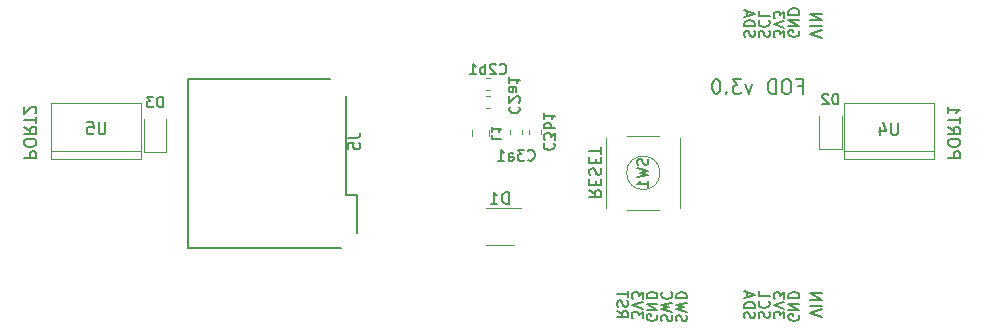
<source format=gbo>
G04 #@! TF.GenerationSoftware,KiCad,Pcbnew,5.99.0-unknown-c7daca1~86~ubuntu18.04.1*
G04 #@! TF.CreationDate,2020-03-26T17:53:50-03:00*
G04 #@! TF.ProjectId,FOD,464f442e-6b69-4636-9164-5f7063625858,rev?*
G04 #@! TF.SameCoordinates,Original*
G04 #@! TF.FileFunction,Legend,Bot*
G04 #@! TF.FilePolarity,Positive*
%FSLAX46Y46*%
G04 Gerber Fmt 4.6, Leading zero omitted, Abs format (unit mm)*
G04 Created by KiCad (PCBNEW 5.99.0-unknown-c7daca1~86~ubuntu18.04.1) date 2020-03-26 17:53:50*
%MOMM*%
%LPD*%
G01*
G04 APERTURE LIST*
%ADD10C,0.150000*%
%ADD11C,0.200000*%
%ADD12C,0.120000*%
G04 APERTURE END LIST*
D10*
X101647619Y-93971309D02*
X102647619Y-93971309D01*
X102647619Y-93590357D01*
X102600000Y-93495119D01*
X102552380Y-93447500D01*
X102457142Y-93399880D01*
X102314285Y-93399880D01*
X102219047Y-93447500D01*
X102171428Y-93495119D01*
X102123809Y-93590357D01*
X102123809Y-93971309D01*
X102647619Y-92780833D02*
X102647619Y-92590357D01*
X102600000Y-92495119D01*
X102504761Y-92399880D01*
X102314285Y-92352261D01*
X101980952Y-92352261D01*
X101790476Y-92399880D01*
X101695238Y-92495119D01*
X101647619Y-92590357D01*
X101647619Y-92780833D01*
X101695238Y-92876071D01*
X101790476Y-92971309D01*
X101980952Y-93018928D01*
X102314285Y-93018928D01*
X102504761Y-92971309D01*
X102600000Y-92876071D01*
X102647619Y-92780833D01*
X101647619Y-91352261D02*
X102123809Y-91685595D01*
X101647619Y-91923690D02*
X102647619Y-91923690D01*
X102647619Y-91542738D01*
X102600000Y-91447500D01*
X102552380Y-91399880D01*
X102457142Y-91352261D01*
X102314285Y-91352261D01*
X102219047Y-91399880D01*
X102171428Y-91447500D01*
X102123809Y-91542738D01*
X102123809Y-91923690D01*
X102647619Y-91066547D02*
X102647619Y-90495119D01*
X101647619Y-90780833D02*
X102647619Y-90780833D01*
X102552380Y-90209404D02*
X102600000Y-90161785D01*
X102647619Y-90066547D01*
X102647619Y-89828452D01*
X102600000Y-89733214D01*
X102552380Y-89685595D01*
X102457142Y-89637976D01*
X102361904Y-89637976D01*
X102219047Y-89685595D01*
X101647619Y-90257023D01*
X101647619Y-89637976D01*
X179847619Y-93971309D02*
X180847619Y-93971309D01*
X180847619Y-93590357D01*
X180800000Y-93495119D01*
X180752380Y-93447500D01*
X180657142Y-93399880D01*
X180514285Y-93399880D01*
X180419047Y-93447500D01*
X180371428Y-93495119D01*
X180323809Y-93590357D01*
X180323809Y-93971309D01*
X180847619Y-92780833D02*
X180847619Y-92590357D01*
X180800000Y-92495119D01*
X180704761Y-92399880D01*
X180514285Y-92352261D01*
X180180952Y-92352261D01*
X179990476Y-92399880D01*
X179895238Y-92495119D01*
X179847619Y-92590357D01*
X179847619Y-92780833D01*
X179895238Y-92876071D01*
X179990476Y-92971309D01*
X180180952Y-93018928D01*
X180514285Y-93018928D01*
X180704761Y-92971309D01*
X180800000Y-92876071D01*
X180847619Y-92780833D01*
X179847619Y-91352261D02*
X180323809Y-91685595D01*
X179847619Y-91923690D02*
X180847619Y-91923690D01*
X180847619Y-91542738D01*
X180800000Y-91447500D01*
X180752380Y-91399880D01*
X180657142Y-91352261D01*
X180514285Y-91352261D01*
X180419047Y-91399880D01*
X180371428Y-91447500D01*
X180323809Y-91542738D01*
X180323809Y-91923690D01*
X180847619Y-91066547D02*
X180847619Y-90495119D01*
X179847619Y-90780833D02*
X180847619Y-90780833D01*
X179847619Y-89637976D02*
X179847619Y-90209404D01*
X179847619Y-89923690D02*
X180847619Y-89923690D01*
X180704761Y-90018928D01*
X180609523Y-90114166D01*
X180561904Y-90209404D01*
X149497619Y-96702380D02*
X149973809Y-97035714D01*
X149497619Y-97273809D02*
X150497619Y-97273809D01*
X150497619Y-96892857D01*
X150450000Y-96797619D01*
X150402380Y-96750000D01*
X150307142Y-96702380D01*
X150164285Y-96702380D01*
X150069047Y-96750000D01*
X150021428Y-96797619D01*
X149973809Y-96892857D01*
X149973809Y-97273809D01*
X150021428Y-96273809D02*
X150021428Y-95940476D01*
X149497619Y-95797619D02*
X149497619Y-96273809D01*
X150497619Y-96273809D01*
X150497619Y-95797619D01*
X149545238Y-95416666D02*
X149497619Y-95273809D01*
X149497619Y-95035714D01*
X149545238Y-94940476D01*
X149592857Y-94892857D01*
X149688095Y-94845238D01*
X149783333Y-94845238D01*
X149878571Y-94892857D01*
X149926190Y-94940476D01*
X149973809Y-95035714D01*
X150021428Y-95226190D01*
X150069047Y-95321428D01*
X150116666Y-95369047D01*
X150211904Y-95416666D01*
X150307142Y-95416666D01*
X150402380Y-95369047D01*
X150450000Y-95321428D01*
X150497619Y-95226190D01*
X150497619Y-94988095D01*
X150450000Y-94845238D01*
X150021428Y-94416666D02*
X150021428Y-94083333D01*
X149497619Y-93940476D02*
X149497619Y-94416666D01*
X150497619Y-94416666D01*
X150497619Y-93940476D01*
X150497619Y-93654761D02*
X150497619Y-93083333D01*
X149497619Y-93369047D02*
X150497619Y-93369047D01*
X169172619Y-83807261D02*
X168172619Y-83473928D01*
X169172619Y-83140595D01*
X168172619Y-82807261D02*
X169172619Y-82807261D01*
X168172619Y-82331071D02*
X169172619Y-82331071D01*
X168172619Y-81759642D01*
X169172619Y-81759642D01*
X167200000Y-83216785D02*
X167242857Y-83302500D01*
X167242857Y-83431071D01*
X167200000Y-83559642D01*
X167114285Y-83645357D01*
X167028571Y-83688214D01*
X166857142Y-83731071D01*
X166728571Y-83731071D01*
X166557142Y-83688214D01*
X166471428Y-83645357D01*
X166385714Y-83559642D01*
X166342857Y-83431071D01*
X166342857Y-83345357D01*
X166385714Y-83216785D01*
X166428571Y-83173928D01*
X166728571Y-83173928D01*
X166728571Y-83345357D01*
X166342857Y-82788214D02*
X167242857Y-82788214D01*
X166342857Y-82273928D01*
X167242857Y-82273928D01*
X166342857Y-81845357D02*
X167242857Y-81845357D01*
X167242857Y-81631071D01*
X167200000Y-81502500D01*
X167114285Y-81416785D01*
X167028571Y-81373928D01*
X166857142Y-81331071D01*
X166728571Y-81331071D01*
X166557142Y-81373928D01*
X166471428Y-81416785D01*
X166385714Y-81502500D01*
X166342857Y-81631071D01*
X166342857Y-81845357D01*
X165992857Y-83773928D02*
X165992857Y-83216785D01*
X165650000Y-83516785D01*
X165650000Y-83388214D01*
X165607142Y-83302500D01*
X165564285Y-83259642D01*
X165478571Y-83216785D01*
X165264285Y-83216785D01*
X165178571Y-83259642D01*
X165135714Y-83302500D01*
X165092857Y-83388214D01*
X165092857Y-83645357D01*
X165135714Y-83731071D01*
X165178571Y-83773928D01*
X165992857Y-82959642D02*
X165092857Y-82659642D01*
X165992857Y-82359642D01*
X165992857Y-82145357D02*
X165992857Y-81588214D01*
X165650000Y-81888214D01*
X165650000Y-81759642D01*
X165607142Y-81673928D01*
X165564285Y-81631071D01*
X165478571Y-81588214D01*
X165264285Y-81588214D01*
X165178571Y-81631071D01*
X165135714Y-81673928D01*
X165092857Y-81759642D01*
X165092857Y-82016785D01*
X165135714Y-82102500D01*
X165178571Y-82145357D01*
X163885714Y-83731071D02*
X163842857Y-83602500D01*
X163842857Y-83388214D01*
X163885714Y-83302500D01*
X163928571Y-83259642D01*
X164014285Y-83216785D01*
X164100000Y-83216785D01*
X164185714Y-83259642D01*
X164228571Y-83302500D01*
X164271428Y-83388214D01*
X164314285Y-83559642D01*
X164357142Y-83645357D01*
X164400000Y-83688214D01*
X164485714Y-83731071D01*
X164571428Y-83731071D01*
X164657142Y-83688214D01*
X164700000Y-83645357D01*
X164742857Y-83559642D01*
X164742857Y-83345357D01*
X164700000Y-83216785D01*
X163928571Y-82316785D02*
X163885714Y-82359642D01*
X163842857Y-82488214D01*
X163842857Y-82573928D01*
X163885714Y-82702500D01*
X163971428Y-82788214D01*
X164057142Y-82831071D01*
X164228571Y-82873928D01*
X164357142Y-82873928D01*
X164528571Y-82831071D01*
X164614285Y-82788214D01*
X164700000Y-82702500D01*
X164742857Y-82573928D01*
X164742857Y-82488214D01*
X164700000Y-82359642D01*
X164657142Y-82316785D01*
X163842857Y-81502500D02*
X163842857Y-81931071D01*
X164742857Y-81931071D01*
X162635714Y-83731071D02*
X162592857Y-83602500D01*
X162592857Y-83388214D01*
X162635714Y-83302500D01*
X162678571Y-83259642D01*
X162764285Y-83216785D01*
X162850000Y-83216785D01*
X162935714Y-83259642D01*
X162978571Y-83302500D01*
X163021428Y-83388214D01*
X163064285Y-83559642D01*
X163107142Y-83645357D01*
X163150000Y-83688214D01*
X163235714Y-83731071D01*
X163321428Y-83731071D01*
X163407142Y-83688214D01*
X163450000Y-83645357D01*
X163492857Y-83559642D01*
X163492857Y-83345357D01*
X163450000Y-83216785D01*
X162592857Y-82831071D02*
X163492857Y-82831071D01*
X163492857Y-82616785D01*
X163450000Y-82488214D01*
X163364285Y-82402500D01*
X163278571Y-82359642D01*
X163107142Y-82316785D01*
X162978571Y-82316785D01*
X162807142Y-82359642D01*
X162721428Y-82402500D01*
X162635714Y-82488214D01*
X162592857Y-82616785D01*
X162592857Y-82831071D01*
X162850000Y-81973928D02*
X162850000Y-81545357D01*
X162592857Y-82059642D02*
X163492857Y-81759642D01*
X162592857Y-81459642D01*
X169172619Y-107483214D02*
X168172619Y-107149880D01*
X169172619Y-106816547D01*
X168172619Y-106483214D02*
X169172619Y-106483214D01*
X168172619Y-106007023D02*
X169172619Y-106007023D01*
X168172619Y-105435595D01*
X169172619Y-105435595D01*
X167200000Y-107254642D02*
X167242857Y-107340357D01*
X167242857Y-107468928D01*
X167200000Y-107597500D01*
X167114285Y-107683214D01*
X167028571Y-107726071D01*
X166857142Y-107768928D01*
X166728571Y-107768928D01*
X166557142Y-107726071D01*
X166471428Y-107683214D01*
X166385714Y-107597500D01*
X166342857Y-107468928D01*
X166342857Y-107383214D01*
X166385714Y-107254642D01*
X166428571Y-107211785D01*
X166728571Y-107211785D01*
X166728571Y-107383214D01*
X166342857Y-106826071D02*
X167242857Y-106826071D01*
X166342857Y-106311785D01*
X167242857Y-106311785D01*
X166342857Y-105883214D02*
X167242857Y-105883214D01*
X167242857Y-105668928D01*
X167200000Y-105540357D01*
X167114285Y-105454642D01*
X167028571Y-105411785D01*
X166857142Y-105368928D01*
X166728571Y-105368928D01*
X166557142Y-105411785D01*
X166471428Y-105454642D01*
X166385714Y-105540357D01*
X166342857Y-105668928D01*
X166342857Y-105883214D01*
X165992857Y-107554642D02*
X165992857Y-106997500D01*
X165650000Y-107297500D01*
X165650000Y-107168928D01*
X165607142Y-107083214D01*
X165564285Y-107040357D01*
X165478571Y-106997500D01*
X165264285Y-106997500D01*
X165178571Y-107040357D01*
X165135714Y-107083214D01*
X165092857Y-107168928D01*
X165092857Y-107426071D01*
X165135714Y-107511785D01*
X165178571Y-107554642D01*
X165992857Y-106740357D02*
X165092857Y-106440357D01*
X165992857Y-106140357D01*
X165992857Y-105926071D02*
X165992857Y-105368928D01*
X165650000Y-105668928D01*
X165650000Y-105540357D01*
X165607142Y-105454642D01*
X165564285Y-105411785D01*
X165478571Y-105368928D01*
X165264285Y-105368928D01*
X165178571Y-105411785D01*
X165135714Y-105454642D01*
X165092857Y-105540357D01*
X165092857Y-105797500D01*
X165135714Y-105883214D01*
X165178571Y-105926071D01*
X163885714Y-107511785D02*
X163842857Y-107383214D01*
X163842857Y-107168928D01*
X163885714Y-107083214D01*
X163928571Y-107040357D01*
X164014285Y-106997500D01*
X164100000Y-106997500D01*
X164185714Y-107040357D01*
X164228571Y-107083214D01*
X164271428Y-107168928D01*
X164314285Y-107340357D01*
X164357142Y-107426071D01*
X164400000Y-107468928D01*
X164485714Y-107511785D01*
X164571428Y-107511785D01*
X164657142Y-107468928D01*
X164700000Y-107426071D01*
X164742857Y-107340357D01*
X164742857Y-107126071D01*
X164700000Y-106997500D01*
X163928571Y-106097500D02*
X163885714Y-106140357D01*
X163842857Y-106268928D01*
X163842857Y-106354642D01*
X163885714Y-106483214D01*
X163971428Y-106568928D01*
X164057142Y-106611785D01*
X164228571Y-106654642D01*
X164357142Y-106654642D01*
X164528571Y-106611785D01*
X164614285Y-106568928D01*
X164700000Y-106483214D01*
X164742857Y-106354642D01*
X164742857Y-106268928D01*
X164700000Y-106140357D01*
X164657142Y-106097500D01*
X163842857Y-105283214D02*
X163842857Y-105711785D01*
X164742857Y-105711785D01*
X162635714Y-107554642D02*
X162592857Y-107426071D01*
X162592857Y-107211785D01*
X162635714Y-107126071D01*
X162678571Y-107083214D01*
X162764285Y-107040357D01*
X162850000Y-107040357D01*
X162935714Y-107083214D01*
X162978571Y-107126071D01*
X163021428Y-107211785D01*
X163064285Y-107383214D01*
X163107142Y-107468928D01*
X163150000Y-107511785D01*
X163235714Y-107554642D01*
X163321428Y-107554642D01*
X163407142Y-107511785D01*
X163450000Y-107468928D01*
X163492857Y-107383214D01*
X163492857Y-107168928D01*
X163450000Y-107040357D01*
X162592857Y-106654642D02*
X163492857Y-106654642D01*
X163492857Y-106440357D01*
X163450000Y-106311785D01*
X163364285Y-106226071D01*
X163278571Y-106183214D01*
X163107142Y-106140357D01*
X162978571Y-106140357D01*
X162807142Y-106183214D01*
X162721428Y-106226071D01*
X162635714Y-106311785D01*
X162592857Y-106440357D01*
X162592857Y-106654642D01*
X162850000Y-105797500D02*
X162850000Y-105368928D01*
X162592857Y-105883214D02*
X163492857Y-105583214D01*
X162592857Y-105283214D01*
X156885714Y-107811785D02*
X156842857Y-107683214D01*
X156842857Y-107468928D01*
X156885714Y-107383214D01*
X156928571Y-107340357D01*
X157014285Y-107297500D01*
X157100000Y-107297500D01*
X157185714Y-107340357D01*
X157228571Y-107383214D01*
X157271428Y-107468928D01*
X157314285Y-107640357D01*
X157357142Y-107726071D01*
X157400000Y-107768928D01*
X157485714Y-107811785D01*
X157571428Y-107811785D01*
X157657142Y-107768928D01*
X157700000Y-107726071D01*
X157742857Y-107640357D01*
X157742857Y-107426071D01*
X157700000Y-107297500D01*
X157742857Y-106997500D02*
X156842857Y-106783214D01*
X157485714Y-106611785D01*
X156842857Y-106440357D01*
X157742857Y-106226071D01*
X156842857Y-105883214D02*
X157742857Y-105883214D01*
X157742857Y-105668928D01*
X157700000Y-105540357D01*
X157614285Y-105454642D01*
X157528571Y-105411785D01*
X157357142Y-105368928D01*
X157228571Y-105368928D01*
X157057142Y-105411785D01*
X156971428Y-105454642D01*
X156885714Y-105540357D01*
X156842857Y-105668928D01*
X156842857Y-105883214D01*
X155635714Y-107811785D02*
X155592857Y-107683214D01*
X155592857Y-107468928D01*
X155635714Y-107383214D01*
X155678571Y-107340357D01*
X155764285Y-107297500D01*
X155850000Y-107297500D01*
X155935714Y-107340357D01*
X155978571Y-107383214D01*
X156021428Y-107468928D01*
X156064285Y-107640357D01*
X156107142Y-107726071D01*
X156150000Y-107768928D01*
X156235714Y-107811785D01*
X156321428Y-107811785D01*
X156407142Y-107768928D01*
X156450000Y-107726071D01*
X156492857Y-107640357D01*
X156492857Y-107426071D01*
X156450000Y-107297500D01*
X156492857Y-106997500D02*
X155592857Y-106783214D01*
X156235714Y-106611785D01*
X155592857Y-106440357D01*
X156492857Y-106226071D01*
X155678571Y-105368928D02*
X155635714Y-105411785D01*
X155592857Y-105540357D01*
X155592857Y-105626071D01*
X155635714Y-105754642D01*
X155721428Y-105840357D01*
X155807142Y-105883214D01*
X155978571Y-105926071D01*
X156107142Y-105926071D01*
X156278571Y-105883214D01*
X156364285Y-105840357D01*
X156450000Y-105754642D01*
X156492857Y-105626071D01*
X156492857Y-105540357D01*
X156450000Y-105411785D01*
X156407142Y-105368928D01*
X155200000Y-107254642D02*
X155242857Y-107340357D01*
X155242857Y-107468928D01*
X155200000Y-107597500D01*
X155114285Y-107683214D01*
X155028571Y-107726071D01*
X154857142Y-107768928D01*
X154728571Y-107768928D01*
X154557142Y-107726071D01*
X154471428Y-107683214D01*
X154385714Y-107597500D01*
X154342857Y-107468928D01*
X154342857Y-107383214D01*
X154385714Y-107254642D01*
X154428571Y-107211785D01*
X154728571Y-107211785D01*
X154728571Y-107383214D01*
X154342857Y-106826071D02*
X155242857Y-106826071D01*
X154342857Y-106311785D01*
X155242857Y-106311785D01*
X154342857Y-105883214D02*
X155242857Y-105883214D01*
X155242857Y-105668928D01*
X155200000Y-105540357D01*
X155114285Y-105454642D01*
X155028571Y-105411785D01*
X154857142Y-105368928D01*
X154728571Y-105368928D01*
X154557142Y-105411785D01*
X154471428Y-105454642D01*
X154385714Y-105540357D01*
X154342857Y-105668928D01*
X154342857Y-105883214D01*
X153992857Y-107554642D02*
X153992857Y-106997500D01*
X153650000Y-107297500D01*
X153650000Y-107168928D01*
X153607142Y-107083214D01*
X153564285Y-107040357D01*
X153478571Y-106997500D01*
X153264285Y-106997500D01*
X153178571Y-107040357D01*
X153135714Y-107083214D01*
X153092857Y-107168928D01*
X153092857Y-107426071D01*
X153135714Y-107511785D01*
X153178571Y-107554642D01*
X153992857Y-106740357D02*
X153092857Y-106440357D01*
X153992857Y-106140357D01*
X153992857Y-105926071D02*
X153992857Y-105368928D01*
X153650000Y-105668928D01*
X153650000Y-105540357D01*
X153607142Y-105454642D01*
X153564285Y-105411785D01*
X153478571Y-105368928D01*
X153264285Y-105368928D01*
X153178571Y-105411785D01*
X153135714Y-105454642D01*
X153092857Y-105540357D01*
X153092857Y-105797500D01*
X153135714Y-105883214D01*
X153178571Y-105926071D01*
X151842857Y-106911785D02*
X152271428Y-107211785D01*
X151842857Y-107426071D02*
X152742857Y-107426071D01*
X152742857Y-107083214D01*
X152700000Y-106997500D01*
X152657142Y-106954642D01*
X152571428Y-106911785D01*
X152442857Y-106911785D01*
X152357142Y-106954642D01*
X152314285Y-106997500D01*
X152271428Y-107083214D01*
X152271428Y-107426071D01*
X151885714Y-106568928D02*
X151842857Y-106440357D01*
X151842857Y-106226071D01*
X151885714Y-106140357D01*
X151928571Y-106097500D01*
X152014285Y-106054642D01*
X152100000Y-106054642D01*
X152185714Y-106097500D01*
X152228571Y-106140357D01*
X152271428Y-106226071D01*
X152314285Y-106397500D01*
X152357142Y-106483214D01*
X152400000Y-106526071D01*
X152485714Y-106568928D01*
X152571428Y-106568928D01*
X152657142Y-106526071D01*
X152700000Y-106483214D01*
X152742857Y-106397500D01*
X152742857Y-106183214D01*
X152700000Y-106054642D01*
X152742857Y-105797500D02*
X152742857Y-105283214D01*
X151842857Y-105540357D02*
X152742857Y-105540357D01*
D11*
X167150000Y-87914285D02*
X167550000Y-87914285D01*
X167550000Y-88542857D02*
X167550000Y-87342857D01*
X166978571Y-87342857D01*
X166292857Y-87342857D02*
X166064285Y-87342857D01*
X165950000Y-87400000D01*
X165835714Y-87514285D01*
X165778571Y-87742857D01*
X165778571Y-88142857D01*
X165835714Y-88371428D01*
X165950000Y-88485714D01*
X166064285Y-88542857D01*
X166292857Y-88542857D01*
X166407142Y-88485714D01*
X166521428Y-88371428D01*
X166578571Y-88142857D01*
X166578571Y-87742857D01*
X166521428Y-87514285D01*
X166407142Y-87400000D01*
X166292857Y-87342857D01*
X165264285Y-88542857D02*
X165264285Y-87342857D01*
X164978571Y-87342857D01*
X164807142Y-87400000D01*
X164692857Y-87514285D01*
X164635714Y-87628571D01*
X164578571Y-87857142D01*
X164578571Y-88028571D01*
X164635714Y-88257142D01*
X164692857Y-88371428D01*
X164807142Y-88485714D01*
X164978571Y-88542857D01*
X165264285Y-88542857D01*
X163264285Y-87742857D02*
X162978571Y-88542857D01*
X162692857Y-87742857D01*
X162350000Y-87342857D02*
X161607142Y-87342857D01*
X162007142Y-87800000D01*
X161835714Y-87800000D01*
X161721428Y-87857142D01*
X161664285Y-87914285D01*
X161607142Y-88028571D01*
X161607142Y-88314285D01*
X161664285Y-88428571D01*
X161721428Y-88485714D01*
X161835714Y-88542857D01*
X162178571Y-88542857D01*
X162292857Y-88485714D01*
X162350000Y-88428571D01*
X161092857Y-88428571D02*
X161035714Y-88485714D01*
X161092857Y-88542857D01*
X161150000Y-88485714D01*
X161092857Y-88428571D01*
X161092857Y-88542857D01*
X160292857Y-87342857D02*
X160178571Y-87342857D01*
X160064285Y-87400000D01*
X160007142Y-87457142D01*
X159950000Y-87571428D01*
X159892857Y-87800000D01*
X159892857Y-88085714D01*
X159950000Y-88314285D01*
X160007142Y-88428571D01*
X160064285Y-88485714D01*
X160178571Y-88542857D01*
X160292857Y-88542857D01*
X160407142Y-88485714D01*
X160464285Y-88428571D01*
X160521428Y-88314285D01*
X160578571Y-88085714D01*
X160578571Y-87800000D01*
X160521428Y-87571428D01*
X160464285Y-87457142D01*
X160407142Y-87400000D01*
X160292857Y-87342857D01*
D10*
X115500000Y-101600000D02*
X128500000Y-101600000D01*
X115500000Y-87300000D02*
X115500000Y-101600000D01*
X127500000Y-87300000D02*
X115500000Y-87300000D01*
X129800000Y-100350000D02*
X129800000Y-97100000D01*
X129800000Y-97100000D02*
X128900000Y-97100000D01*
X128900000Y-97100000D02*
X128900000Y-88700000D01*
D12*
X111560000Y-89370000D02*
X103940000Y-89370000D01*
X103940000Y-89370000D02*
X103940000Y-94070000D01*
X103940000Y-94070000D02*
X111560000Y-94070000D01*
X111560000Y-94070000D02*
X111560000Y-89370000D01*
X103940000Y-93370000D02*
X111560000Y-93370000D01*
X178660000Y-89370000D02*
X171040000Y-89370000D01*
X171040000Y-89370000D02*
X171040000Y-94070000D01*
X171040000Y-94070000D02*
X178660000Y-94070000D01*
X178660000Y-94070000D02*
X178660000Y-89370000D01*
X171040000Y-93370000D02*
X178660000Y-93370000D01*
X155464214Y-95250000D02*
G75*
G03*
X155464214Y-95250000I-1414214J0D01*
G01*
X157170000Y-92280000D02*
X157170000Y-98220000D01*
X150930000Y-92280000D02*
X150930000Y-98220000D01*
X155390000Y-92130000D02*
X152710000Y-92130000D01*
X152710000Y-98370000D02*
X155390000Y-98370000D01*
X139540000Y-91638748D02*
X139540000Y-92161252D01*
X140960000Y-91638748D02*
X140960000Y-92161252D01*
X113660000Y-90650000D02*
X113660000Y-93510000D01*
X113660000Y-93510000D02*
X111740000Y-93510000D01*
X111740000Y-93510000D02*
X111740000Y-90650000D01*
X170860000Y-90400000D02*
X170860000Y-93260000D01*
X170860000Y-93260000D02*
X168940000Y-93260000D01*
X168940000Y-93260000D02*
X168940000Y-90400000D01*
X143125000Y-101350000D02*
X140725000Y-101350000D01*
X140725000Y-98250000D02*
X143675000Y-98250000D01*
X144390000Y-91578733D02*
X144390000Y-91921267D01*
X145410000Y-91578733D02*
X145410000Y-91921267D01*
X142790000Y-91578733D02*
X142790000Y-91921267D01*
X143810000Y-91578733D02*
X143810000Y-91921267D01*
X140753733Y-88210000D02*
X141096267Y-88210000D01*
X140753733Y-87190000D02*
X141096267Y-87190000D01*
X140753733Y-89760000D02*
X141096267Y-89760000D01*
X140753733Y-88740000D02*
X141096267Y-88740000D01*
D10*
X129091420Y-92269206D02*
X129805706Y-92269206D01*
X129948563Y-92221587D01*
X130043801Y-92126349D01*
X130091420Y-91983492D01*
X130091420Y-91888254D01*
X129091420Y-93221587D02*
X129091420Y-92745397D01*
X129567611Y-92697778D01*
X129519992Y-92745397D01*
X129472373Y-92840635D01*
X129472373Y-93078730D01*
X129519992Y-93173968D01*
X129567611Y-93221587D01*
X129662849Y-93269206D01*
X129900944Y-93269206D01*
X129996182Y-93221587D01*
X130043801Y-93173968D01*
X130091420Y-93078730D01*
X130091420Y-92840635D01*
X130043801Y-92745397D01*
X129996182Y-92697778D01*
X108511904Y-90977381D02*
X108511904Y-91786905D01*
X108464285Y-91882143D01*
X108416666Y-91929762D01*
X108321428Y-91977381D01*
X108130952Y-91977381D01*
X108035714Y-91929762D01*
X107988095Y-91882143D01*
X107940476Y-91786905D01*
X107940476Y-90977381D01*
X106988095Y-90977381D02*
X107464285Y-90977381D01*
X107511904Y-91453572D01*
X107464285Y-91405953D01*
X107369047Y-91358334D01*
X107130952Y-91358334D01*
X107035714Y-91405953D01*
X106988095Y-91453572D01*
X106940476Y-91548810D01*
X106940476Y-91786905D01*
X106988095Y-91882143D01*
X107035714Y-91929762D01*
X107130952Y-91977381D01*
X107369047Y-91977381D01*
X107464285Y-91929762D01*
X107511904Y-91882143D01*
X175611904Y-91027381D02*
X175611904Y-91836905D01*
X175564285Y-91932143D01*
X175516666Y-91979762D01*
X175421428Y-92027381D01*
X175230952Y-92027381D01*
X175135714Y-91979762D01*
X175088095Y-91932143D01*
X175040476Y-91836905D01*
X175040476Y-91027381D01*
X174135714Y-91360715D02*
X174135714Y-92027381D01*
X174373809Y-90979762D02*
X174611904Y-91694048D01*
X173992857Y-91694048D01*
X154414285Y-94050000D02*
X154457142Y-94178571D01*
X154457142Y-94392857D01*
X154414285Y-94478571D01*
X154371428Y-94521428D01*
X154285714Y-94564285D01*
X154200000Y-94564285D01*
X154114285Y-94521428D01*
X154071428Y-94478571D01*
X154028571Y-94392857D01*
X153985714Y-94221428D01*
X153942857Y-94135714D01*
X153900000Y-94092857D01*
X153814285Y-94050000D01*
X153728571Y-94050000D01*
X153642857Y-94092857D01*
X153600000Y-94135714D01*
X153557142Y-94221428D01*
X153557142Y-94435714D01*
X153600000Y-94564285D01*
X153557142Y-94864285D02*
X154457142Y-95078571D01*
X153814285Y-95250000D01*
X154457142Y-95421428D01*
X153557142Y-95635714D01*
X154457142Y-96450000D02*
X154457142Y-95935714D01*
X154457142Y-96192857D02*
X153557142Y-96192857D01*
X153685714Y-96107142D01*
X153771428Y-96021428D01*
X153814285Y-95935714D01*
X141238095Y-92033333D02*
X141238095Y-92414285D01*
X142038095Y-92414285D01*
X141238095Y-91347619D02*
X141238095Y-91804761D01*
X141238095Y-91576190D02*
X142038095Y-91576190D01*
X141923809Y-91652380D01*
X141847619Y-91728571D01*
X141809523Y-91804761D01*
X113364285Y-89707142D02*
X113364285Y-88807142D01*
X113150000Y-88807142D01*
X113021428Y-88850000D01*
X112935714Y-88935714D01*
X112892857Y-89021428D01*
X112850000Y-89192857D01*
X112850000Y-89321428D01*
X112892857Y-89492857D01*
X112935714Y-89578571D01*
X113021428Y-89664285D01*
X113150000Y-89707142D01*
X113364285Y-89707142D01*
X112550000Y-88807142D02*
X111992857Y-88807142D01*
X112292857Y-89150000D01*
X112164285Y-89150000D01*
X112078571Y-89192857D01*
X112035714Y-89235714D01*
X111992857Y-89321428D01*
X111992857Y-89535714D01*
X112035714Y-89621428D01*
X112078571Y-89664285D01*
X112164285Y-89707142D01*
X112421428Y-89707142D01*
X112507142Y-89664285D01*
X112550000Y-89621428D01*
X170564285Y-89457142D02*
X170564285Y-88557142D01*
X170350000Y-88557142D01*
X170221428Y-88600000D01*
X170135714Y-88685714D01*
X170092857Y-88771428D01*
X170050000Y-88942857D01*
X170050000Y-89071428D01*
X170092857Y-89242857D01*
X170135714Y-89328571D01*
X170221428Y-89414285D01*
X170350000Y-89457142D01*
X170564285Y-89457142D01*
X169707142Y-88642857D02*
X169664285Y-88600000D01*
X169578571Y-88557142D01*
X169364285Y-88557142D01*
X169278571Y-88600000D01*
X169235714Y-88642857D01*
X169192857Y-88728571D01*
X169192857Y-88814285D01*
X169235714Y-88942857D01*
X169750000Y-89457142D01*
X169192857Y-89457142D01*
X142643095Y-97872380D02*
X142643095Y-96872380D01*
X142405000Y-96872380D01*
X142262142Y-96920000D01*
X142166904Y-97015238D01*
X142119285Y-97110476D01*
X142071666Y-97300952D01*
X142071666Y-97443809D01*
X142119285Y-97634285D01*
X142166904Y-97729523D01*
X142262142Y-97824761D01*
X142405000Y-97872380D01*
X142643095Y-97872380D01*
X141119285Y-97872380D02*
X141690714Y-97872380D01*
X141405000Y-97872380D02*
X141405000Y-96872380D01*
X141500238Y-97015238D01*
X141595476Y-97110476D01*
X141690714Y-97158095D01*
X145728571Y-92735714D02*
X145685714Y-92778571D01*
X145642857Y-92907142D01*
X145642857Y-92992857D01*
X145685714Y-93121428D01*
X145771428Y-93207142D01*
X145857142Y-93250000D01*
X146028571Y-93292857D01*
X146157142Y-93292857D01*
X146328571Y-93250000D01*
X146414285Y-93207142D01*
X146500000Y-93121428D01*
X146542857Y-92992857D01*
X146542857Y-92907142D01*
X146500000Y-92778571D01*
X146457142Y-92735714D01*
X146542857Y-92435714D02*
X146542857Y-91878571D01*
X146200000Y-92178571D01*
X146200000Y-92050000D01*
X146157142Y-91964285D01*
X146114285Y-91921428D01*
X146028571Y-91878571D01*
X145814285Y-91878571D01*
X145728571Y-91921428D01*
X145685714Y-91964285D01*
X145642857Y-92050000D01*
X145642857Y-92307142D01*
X145685714Y-92392857D01*
X145728571Y-92435714D01*
X145642857Y-91492857D02*
X146542857Y-91492857D01*
X146200000Y-91492857D02*
X146242857Y-91407142D01*
X146242857Y-91235714D01*
X146200000Y-91150000D01*
X146157142Y-91107142D01*
X146071428Y-91064285D01*
X145814285Y-91064285D01*
X145728571Y-91107142D01*
X145685714Y-91150000D01*
X145642857Y-91235714D01*
X145642857Y-91407142D01*
X145685714Y-91492857D01*
X145642857Y-90207142D02*
X145642857Y-90721428D01*
X145642857Y-90464285D02*
X146542857Y-90464285D01*
X146414285Y-90550000D01*
X146328571Y-90635714D01*
X146285714Y-90721428D01*
X144285714Y-94121428D02*
X144328571Y-94164285D01*
X144457142Y-94207142D01*
X144542857Y-94207142D01*
X144671428Y-94164285D01*
X144757142Y-94078571D01*
X144800000Y-93992857D01*
X144842857Y-93821428D01*
X144842857Y-93692857D01*
X144800000Y-93521428D01*
X144757142Y-93435714D01*
X144671428Y-93350000D01*
X144542857Y-93307142D01*
X144457142Y-93307142D01*
X144328571Y-93350000D01*
X144285714Y-93392857D01*
X143985714Y-93307142D02*
X143428571Y-93307142D01*
X143728571Y-93650000D01*
X143600000Y-93650000D01*
X143514285Y-93692857D01*
X143471428Y-93735714D01*
X143428571Y-93821428D01*
X143428571Y-94035714D01*
X143471428Y-94121428D01*
X143514285Y-94164285D01*
X143600000Y-94207142D01*
X143857142Y-94207142D01*
X143942857Y-94164285D01*
X143985714Y-94121428D01*
X142657142Y-94207142D02*
X142657142Y-93735714D01*
X142700000Y-93650000D01*
X142785714Y-93607142D01*
X142957142Y-93607142D01*
X143042857Y-93650000D01*
X142657142Y-94164285D02*
X142742857Y-94207142D01*
X142957142Y-94207142D01*
X143042857Y-94164285D01*
X143085714Y-94078571D01*
X143085714Y-93992857D01*
X143042857Y-93907142D01*
X142957142Y-93864285D01*
X142742857Y-93864285D01*
X142657142Y-93821428D01*
X141757142Y-94207142D02*
X142271428Y-94207142D01*
X142014285Y-94207142D02*
X142014285Y-93307142D01*
X142100000Y-93435714D01*
X142185714Y-93521428D01*
X142271428Y-93564285D01*
X141910714Y-86821428D02*
X141953571Y-86864285D01*
X142082142Y-86907142D01*
X142167857Y-86907142D01*
X142296428Y-86864285D01*
X142382142Y-86778571D01*
X142425000Y-86692857D01*
X142467857Y-86521428D01*
X142467857Y-86392857D01*
X142425000Y-86221428D01*
X142382142Y-86135714D01*
X142296428Y-86050000D01*
X142167857Y-86007142D01*
X142082142Y-86007142D01*
X141953571Y-86050000D01*
X141910714Y-86092857D01*
X141567857Y-86092857D02*
X141525000Y-86050000D01*
X141439285Y-86007142D01*
X141225000Y-86007142D01*
X141139285Y-86050000D01*
X141096428Y-86092857D01*
X141053571Y-86178571D01*
X141053571Y-86264285D01*
X141096428Y-86392857D01*
X141610714Y-86907142D01*
X141053571Y-86907142D01*
X140667857Y-86907142D02*
X140667857Y-86007142D01*
X140667857Y-86350000D02*
X140582142Y-86307142D01*
X140410714Y-86307142D01*
X140325000Y-86350000D01*
X140282142Y-86392857D01*
X140239285Y-86478571D01*
X140239285Y-86735714D01*
X140282142Y-86821428D01*
X140325000Y-86864285D01*
X140410714Y-86907142D01*
X140582142Y-86907142D01*
X140667857Y-86864285D01*
X139382142Y-86907142D02*
X139896428Y-86907142D01*
X139639285Y-86907142D02*
X139639285Y-86007142D01*
X139725000Y-86135714D01*
X139810714Y-86221428D01*
X139896428Y-86264285D01*
X142778571Y-89635714D02*
X142735714Y-89678571D01*
X142692857Y-89807142D01*
X142692857Y-89892857D01*
X142735714Y-90021428D01*
X142821428Y-90107142D01*
X142907142Y-90150000D01*
X143078571Y-90192857D01*
X143207142Y-90192857D01*
X143378571Y-90150000D01*
X143464285Y-90107142D01*
X143550000Y-90021428D01*
X143592857Y-89892857D01*
X143592857Y-89807142D01*
X143550000Y-89678571D01*
X143507142Y-89635714D01*
X143507142Y-89292857D02*
X143550000Y-89250000D01*
X143592857Y-89164285D01*
X143592857Y-88950000D01*
X143550000Y-88864285D01*
X143507142Y-88821428D01*
X143421428Y-88778571D01*
X143335714Y-88778571D01*
X143207142Y-88821428D01*
X142692857Y-89335714D01*
X142692857Y-88778571D01*
X142692857Y-88007142D02*
X143164285Y-88007142D01*
X143250000Y-88050000D01*
X143292857Y-88135714D01*
X143292857Y-88307142D01*
X143250000Y-88392857D01*
X142735714Y-88007142D02*
X142692857Y-88092857D01*
X142692857Y-88307142D01*
X142735714Y-88392857D01*
X142821428Y-88435714D01*
X142907142Y-88435714D01*
X142992857Y-88392857D01*
X143035714Y-88307142D01*
X143035714Y-88092857D01*
X143078571Y-88007142D01*
X142692857Y-87107142D02*
X142692857Y-87621428D01*
X142692857Y-87364285D02*
X143592857Y-87364285D01*
X143464285Y-87450000D01*
X143378571Y-87535714D01*
X143335714Y-87621428D01*
M02*

</source>
